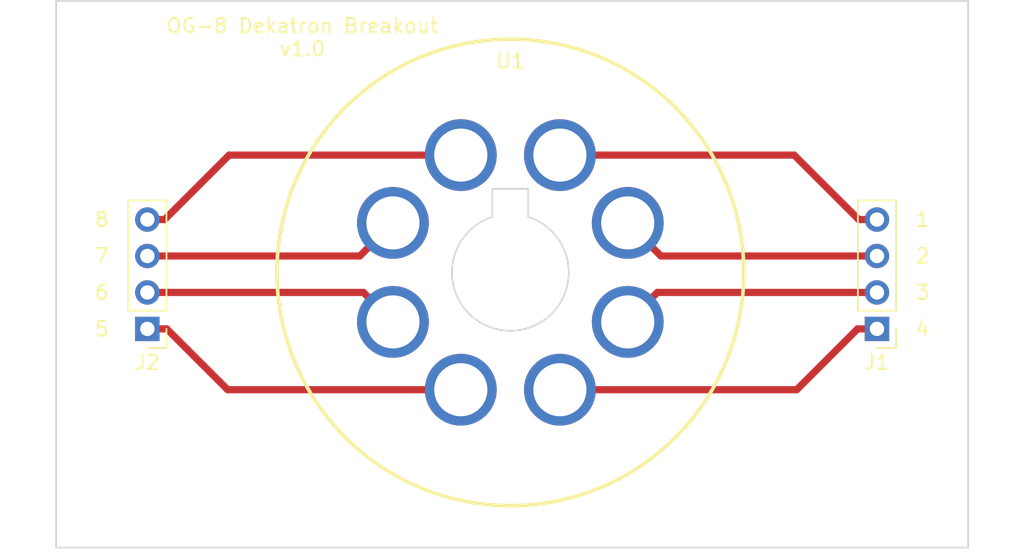
<source format=kicad_pcb>
(kicad_pcb (version 20171130) (host pcbnew "(5.1.5)-3")

  (general
    (thickness 1.6)
    (drawings 13)
    (tracks 22)
    (zones 0)
    (modules 7)
    (nets 13)
  )

  (page A4)
  (layers
    (0 F.Cu signal)
    (31 B.Cu signal)
    (32 B.Adhes user)
    (33 F.Adhes user)
    (34 B.Paste user)
    (35 F.Paste user)
    (36 B.SilkS user)
    (37 F.SilkS user)
    (38 B.Mask user)
    (39 F.Mask user)
    (40 Dwgs.User user)
    (41 Cmts.User user)
    (42 Eco1.User user)
    (43 Eco2.User user)
    (44 Edge.Cuts user)
    (45 Margin user)
    (46 B.CrtYd user)
    (47 F.CrtYd user)
    (48 B.Fab user)
    (49 F.Fab user)
  )

  (setup
    (last_trace_width 0.25)
    (user_trace_width 0.5)
    (trace_clearance 0.2)
    (zone_clearance 0.508)
    (zone_45_only no)
    (trace_min 0.2)
    (via_size 0.8)
    (via_drill 0.4)
    (via_min_size 0.4)
    (via_min_drill 0.3)
    (uvia_size 0.3)
    (uvia_drill 0.1)
    (uvias_allowed no)
    (uvia_min_size 0.2)
    (uvia_min_drill 0.1)
    (edge_width 0.05)
    (segment_width 0.2)
    (pcb_text_width 0.3)
    (pcb_text_size 1.5 1.5)
    (mod_edge_width 0.12)
    (mod_text_size 1 1)
    (mod_text_width 0.15)
    (pad_size 1.524 1.524)
    (pad_drill 0.762)
    (pad_to_mask_clearance 0.051)
    (solder_mask_min_width 0.25)
    (aux_axis_origin 0 0)
    (visible_elements 7FFFFFFF)
    (pcbplotparams
      (layerselection 0x010fc_ffffffff)
      (usegerberextensions false)
      (usegerberattributes false)
      (usegerberadvancedattributes false)
      (creategerberjobfile false)
      (excludeedgelayer true)
      (linewidth 0.100000)
      (plotframeref false)
      (viasonmask false)
      (mode 1)
      (useauxorigin false)
      (hpglpennumber 1)
      (hpglpenspeed 20)
      (hpglpendiameter 15.000000)
      (psnegative false)
      (psa4output false)
      (plotreference true)
      (plotvalue true)
      (plotinvisibletext false)
      (padsonsilk false)
      (subtractmaskfromsilk false)
      (outputformat 1)
      (mirror false)
      (drillshape 0)
      (scaleselection 1)
      (outputdirectory "gerbers/"))
  )

  (net 0 "")
  (net 1 "Net-(J1-Pad1)")
  (net 2 "Net-(J1-Pad2)")
  (net 3 "Net-(J1-Pad3)")
  (net 4 "Net-(J1-Pad4)")
  (net 5 "Net-(J2-Pad4)")
  (net 6 "Net-(J2-Pad3)")
  (net 7 "Net-(J2-Pad2)")
  (net 8 "Net-(J2-Pad1)")
  (net 9 "Net-(J3-Pad1)")
  (net 10 "Net-(J4-Pad1)")
  (net 11 "Net-(J5-Pad1)")
  (net 12 "Net-(J6-Pad1)")

  (net_class Default "This is the default net class."
    (clearance 0.2)
    (trace_width 0.25)
    (via_dia 0.8)
    (via_drill 0.4)
    (uvia_dia 0.3)
    (uvia_drill 0.1)
    (add_net "Net-(J1-Pad1)")
    (add_net "Net-(J1-Pad2)")
    (add_net "Net-(J1-Pad3)")
    (add_net "Net-(J1-Pad4)")
    (add_net "Net-(J2-Pad1)")
    (add_net "Net-(J2-Pad2)")
    (add_net "Net-(J2-Pad3)")
    (add_net "Net-(J2-Pad4)")
    (add_net "Net-(J3-Pad1)")
    (add_net "Net-(J4-Pad1)")
    (add_net "Net-(J5-Pad1)")
    (add_net "Net-(J6-Pad1)")
  )

  (module "Bamboulibs:OG-8 Dekatron" (layer F.Cu) (tedit 5E8B1311) (tstamp 5E8B6206)
    (at 145.924001 88.774001)
    (path /5E94DB33)
    (fp_text reference U1 (at 0 -14.732) (layer F.SilkS)
      (effects (font (size 1 1) (thickness 0.15)))
    )
    (fp_text value OG-8_Dekatron (at 0 -12.7) (layer F.Fab)
      (effects (font (size 1 1) (thickness 0.15)))
    )
    (fp_arc (start 0 0) (end 1.25 -3.87) (angle 324.2) (layer Edge.Cuts) (width 0.12))
    (fp_line (start -1.25 -5.825) (end -1.25 -3.87) (layer Edge.Cuts) (width 0.12))
    (fp_line (start 1.25 -5.825) (end 1.25 -3.87) (layer Edge.Cuts) (width 0.12))
    (fp_line (start 1.25 -5.825) (end -1.25 -5.825) (layer Edge.Cuts) (width 0.12))
    (fp_circle (center 0 0) (end 16.256 0) (layer F.SilkS) (width 0.256))
    (pad 7 thru_hole circle (at -8.175 -3.45) (size 5 5) (drill 3.7) (layers *.Cu *.Mask)
      (net 6 "Net-(J2-Pad3)"))
    (pad 8 thru_hole circle (at -3.45 -8.175) (size 5 5) (drill 3.7) (layers *.Cu *.Mask)
      (net 5 "Net-(J2-Pad4)"))
    (pad 6 thru_hole circle (at -8.175 3.45) (size 5 5) (drill 3.7) (layers *.Cu *.Mask)
      (net 7 "Net-(J2-Pad2)"))
    (pad 5 thru_hole circle (at -3.45 8.175) (size 5 5) (drill 3.7) (layers *.Cu *.Mask)
      (net 8 "Net-(J2-Pad1)"))
    (pad 3 thru_hole circle (at 8.175 3.45) (size 5 5) (drill 3.7) (layers *.Cu *.Mask)
      (net 2 "Net-(J1-Pad2)"))
    (pad 2 thru_hole circle (at 8.175 -3.45) (size 5 5) (drill 3.7) (layers *.Cu *.Mask)
      (net 3 "Net-(J1-Pad3)"))
    (pad 4 thru_hole circle (at 3.45 8.175) (size 5 5) (drill 3.7) (layers *.Cu *.Mask)
      (net 1 "Net-(J1-Pad1)"))
    (pad 1 thru_hole circle (at 3.45 -8.175) (size 5 5) (drill 3.7) (layers *.Cu *.Mask)
      (net 4 "Net-(J1-Pad4)"))
    (model :Bambou3D:OG-8_Dekatron.step
      (at (xyz 0 0 0))
      (scale (xyz 1 1 1))
      (rotate (xyz 0 0 0))
    )
  )

  (module Connector_PinHeader_2.54mm:PinHeader_1x04_P2.54mm_Vertical (layer F.Cu) (tedit 59FED5CC) (tstamp 5E8B61DD)
    (at 171.45 92.71 180)
    (descr "Through hole straight pin header, 1x04, 2.54mm pitch, single row")
    (tags "Through hole pin header THT 1x04 2.54mm single row")
    (path /5E951507)
    (fp_text reference J1 (at 0 -2.33) (layer F.SilkS)
      (effects (font (size 1 1) (thickness 0.15)))
    )
    (fp_text value Conn_01x04_Male (at 0 9.95) (layer F.Fab)
      (effects (font (size 1 1) (thickness 0.15)))
    )
    (fp_line (start -0.635 -1.27) (end 1.27 -1.27) (layer F.Fab) (width 0.1))
    (fp_line (start 1.27 -1.27) (end 1.27 8.89) (layer F.Fab) (width 0.1))
    (fp_line (start 1.27 8.89) (end -1.27 8.89) (layer F.Fab) (width 0.1))
    (fp_line (start -1.27 8.89) (end -1.27 -0.635) (layer F.Fab) (width 0.1))
    (fp_line (start -1.27 -0.635) (end -0.635 -1.27) (layer F.Fab) (width 0.1))
    (fp_line (start -1.33 8.95) (end 1.33 8.95) (layer F.SilkS) (width 0.12))
    (fp_line (start -1.33 1.27) (end -1.33 8.95) (layer F.SilkS) (width 0.12))
    (fp_line (start 1.33 1.27) (end 1.33 8.95) (layer F.SilkS) (width 0.12))
    (fp_line (start -1.33 1.27) (end 1.33 1.27) (layer F.SilkS) (width 0.12))
    (fp_line (start -1.33 0) (end -1.33 -1.33) (layer F.SilkS) (width 0.12))
    (fp_line (start -1.33 -1.33) (end 0 -1.33) (layer F.SilkS) (width 0.12))
    (fp_line (start -1.8 -1.8) (end -1.8 9.4) (layer F.CrtYd) (width 0.05))
    (fp_line (start -1.8 9.4) (end 1.8 9.4) (layer F.CrtYd) (width 0.05))
    (fp_line (start 1.8 9.4) (end 1.8 -1.8) (layer F.CrtYd) (width 0.05))
    (fp_line (start 1.8 -1.8) (end -1.8 -1.8) (layer F.CrtYd) (width 0.05))
    (fp_text user %R (at 0 3.81 90) (layer F.Fab)
      (effects (font (size 1 1) (thickness 0.15)))
    )
    (pad 1 thru_hole rect (at 0 0 180) (size 1.7 1.7) (drill 1) (layers *.Cu *.Mask)
      (net 1 "Net-(J1-Pad1)"))
    (pad 2 thru_hole oval (at 0 2.54 180) (size 1.7 1.7) (drill 1) (layers *.Cu *.Mask)
      (net 2 "Net-(J1-Pad2)"))
    (pad 3 thru_hole oval (at 0 5.08 180) (size 1.7 1.7) (drill 1) (layers *.Cu *.Mask)
      (net 3 "Net-(J1-Pad3)"))
    (pad 4 thru_hole oval (at 0 7.62 180) (size 1.7 1.7) (drill 1) (layers *.Cu *.Mask)
      (net 4 "Net-(J1-Pad4)"))
    (model ${KISYS3DMOD}/Connector_PinHeader_2.54mm.3dshapes/PinHeader_1x04_P2.54mm_Vertical.wrl
      (at (xyz 0 0 0))
      (scale (xyz 1 1 1))
      (rotate (xyz 0 0 0))
    )
  )

  (module Connector_PinHeader_2.54mm:PinHeader_1x04_P2.54mm_Vertical (layer F.Cu) (tedit 59FED5CC) (tstamp 5E8B6308)
    (at 120.65 92.71 180)
    (descr "Through hole straight pin header, 1x04, 2.54mm pitch, single row")
    (tags "Through hole pin header THT 1x04 2.54mm single row")
    (path /5E952BFC)
    (fp_text reference J2 (at 0 -2.33) (layer F.SilkS)
      (effects (font (size 1 1) (thickness 0.15)))
    )
    (fp_text value Conn_01x04_Male (at 0 9.95) (layer F.Fab)
      (effects (font (size 1 1) (thickness 0.15)))
    )
    (fp_text user %R (at 0 3.81 90) (layer F.Fab)
      (effects (font (size 1 1) (thickness 0.15)))
    )
    (fp_line (start 1.8 -1.8) (end -1.8 -1.8) (layer F.CrtYd) (width 0.05))
    (fp_line (start 1.8 9.4) (end 1.8 -1.8) (layer F.CrtYd) (width 0.05))
    (fp_line (start -1.8 9.4) (end 1.8 9.4) (layer F.CrtYd) (width 0.05))
    (fp_line (start -1.8 -1.8) (end -1.8 9.4) (layer F.CrtYd) (width 0.05))
    (fp_line (start -1.33 -1.33) (end 0 -1.33) (layer F.SilkS) (width 0.12))
    (fp_line (start -1.33 0) (end -1.33 -1.33) (layer F.SilkS) (width 0.12))
    (fp_line (start -1.33 1.27) (end 1.33 1.27) (layer F.SilkS) (width 0.12))
    (fp_line (start 1.33 1.27) (end 1.33 8.95) (layer F.SilkS) (width 0.12))
    (fp_line (start -1.33 1.27) (end -1.33 8.95) (layer F.SilkS) (width 0.12))
    (fp_line (start -1.33 8.95) (end 1.33 8.95) (layer F.SilkS) (width 0.12))
    (fp_line (start -1.27 -0.635) (end -0.635 -1.27) (layer F.Fab) (width 0.1))
    (fp_line (start -1.27 8.89) (end -1.27 -0.635) (layer F.Fab) (width 0.1))
    (fp_line (start 1.27 8.89) (end -1.27 8.89) (layer F.Fab) (width 0.1))
    (fp_line (start 1.27 -1.27) (end 1.27 8.89) (layer F.Fab) (width 0.1))
    (fp_line (start -0.635 -1.27) (end 1.27 -1.27) (layer F.Fab) (width 0.1))
    (pad 4 thru_hole oval (at 0 7.62 180) (size 1.7 1.7) (drill 1) (layers *.Cu *.Mask)
      (net 5 "Net-(J2-Pad4)"))
    (pad 3 thru_hole oval (at 0 5.08 180) (size 1.7 1.7) (drill 1) (layers *.Cu *.Mask)
      (net 6 "Net-(J2-Pad3)"))
    (pad 2 thru_hole oval (at 0 2.54 180) (size 1.7 1.7) (drill 1) (layers *.Cu *.Mask)
      (net 7 "Net-(J2-Pad2)"))
    (pad 1 thru_hole rect (at 0 0 180) (size 1.7 1.7) (drill 1) (layers *.Cu *.Mask)
      (net 8 "Net-(J2-Pad1)"))
    (model ${KISYS3DMOD}/Connector_PinHeader_2.54mm.3dshapes/PinHeader_1x04_P2.54mm_Vertical.wrl
      (at (xyz 0 0 0))
      (scale (xyz 1 1 1))
      (rotate (xyz 0 0 0))
    )
  )

  (module MountingHole:MountingHole_3.2mm_M3_ISO7380 (layer F.Cu) (tedit 56D1B4CB) (tstamp 5E8B65ED)
    (at 118.11 73.66)
    (descr "Mounting Hole 3.2mm, no annular, M3, ISO7380")
    (tags "mounting hole 3.2mm no annular m3 iso7380")
    (path /5E95D434)
    (attr virtual)
    (fp_text reference J3 (at 0 -3.85) (layer F.SilkS) hide
      (effects (font (size 1 1) (thickness 0.15)))
    )
    (fp_text value Conn_01x01_Female (at 0 3.85) (layer F.Fab)
      (effects (font (size 1 1) (thickness 0.15)))
    )
    (fp_text user %R (at 0.3 0) (layer F.Fab)
      (effects (font (size 1 1) (thickness 0.15)))
    )
    (fp_circle (center 0 0) (end 2.85 0) (layer Cmts.User) (width 0.15))
    (fp_circle (center 0 0) (end 3.1 0) (layer F.CrtYd) (width 0.05))
    (pad 1 np_thru_hole circle (at 0 0) (size 3.2 3.2) (drill 3.2) (layers *.Cu *.Mask)
      (net 9 "Net-(J3-Pad1)"))
  )

  (module MountingHole:MountingHole_3.2mm_M3_ISO7380 (layer F.Cu) (tedit 56D1B4CB) (tstamp 5E8B65F5)
    (at 173.99 73.66)
    (descr "Mounting Hole 3.2mm, no annular, M3, ISO7380")
    (tags "mounting hole 3.2mm no annular m3 iso7380")
    (path /5E95E0F5)
    (attr virtual)
    (fp_text reference J4 (at 0 -3.85) (layer F.SilkS) hide
      (effects (font (size 1 1) (thickness 0.15)))
    )
    (fp_text value Conn_01x01_Female (at 0 3.85) (layer F.Fab)
      (effects (font (size 1 1) (thickness 0.15)))
    )
    (fp_circle (center 0 0) (end 3.1 0) (layer F.CrtYd) (width 0.05))
    (fp_circle (center 0 0) (end 2.85 0) (layer Cmts.User) (width 0.15))
    (fp_text user %R (at 0.3 0) (layer F.Fab)
      (effects (font (size 1 1) (thickness 0.15)))
    )
    (pad 1 np_thru_hole circle (at 0 0) (size 3.2 3.2) (drill 3.2) (layers *.Cu *.Mask)
      (net 10 "Net-(J4-Pad1)"))
  )

  (module MountingHole:MountingHole_3.2mm_M3_ISO7380 (layer F.Cu) (tedit 56D1B4CB) (tstamp 5E8B65FD)
    (at 118.11 104.14)
    (descr "Mounting Hole 3.2mm, no annular, M3, ISO7380")
    (tags "mounting hole 3.2mm no annular m3 iso7380")
    (path /5E95E2CF)
    (attr virtual)
    (fp_text reference J5 (at 0 -3.85) (layer F.SilkS) hide
      (effects (font (size 1 1) (thickness 0.15)))
    )
    (fp_text value Conn_01x01_Female (at 0 3.85) (layer F.Fab)
      (effects (font (size 1 1) (thickness 0.15)))
    )
    (fp_text user %R (at 0.3 0) (layer F.Fab)
      (effects (font (size 1 1) (thickness 0.15)))
    )
    (fp_circle (center 0 0) (end 2.85 0) (layer Cmts.User) (width 0.15))
    (fp_circle (center 0 0) (end 3.1 0) (layer F.CrtYd) (width 0.05))
    (pad 1 np_thru_hole circle (at 0 0) (size 3.2 3.2) (drill 3.2) (layers *.Cu *.Mask)
      (net 11 "Net-(J5-Pad1)"))
  )

  (module MountingHole:MountingHole_3.2mm_M3_ISO7380 (layer F.Cu) (tedit 56D1B4CB) (tstamp 5E8B6605)
    (at 173.99 104.14)
    (descr "Mounting Hole 3.2mm, no annular, M3, ISO7380")
    (tags "mounting hole 3.2mm no annular m3 iso7380")
    (path /5E95E864)
    (attr virtual)
    (fp_text reference J6 (at 0 -3.85) (layer F.SilkS) hide
      (effects (font (size 1 1) (thickness 0.15)))
    )
    (fp_text value Conn_01x01_Female (at 0 3.85) (layer F.Fab)
      (effects (font (size 1 1) (thickness 0.15)))
    )
    (fp_circle (center 0 0) (end 3.1 0) (layer F.CrtYd) (width 0.05))
    (fp_circle (center 0 0) (end 2.85 0) (layer Cmts.User) (width 0.15))
    (fp_text user %R (at 0.3 0) (layer F.Fab)
      (effects (font (size 1 1) (thickness 0.15)))
    )
    (pad 1 np_thru_hole circle (at 0 0) (size 3.2 3.2) (drill 3.2) (layers *.Cu *.Mask)
      (net 12 "Net-(J6-Pad1)"))
  )

  (gr_text 8 (at 117.475 85.09) (layer F.SilkS)
    (effects (font (size 1 1) (thickness 0.15)))
  )
  (gr_text 7 (at 117.475 87.63) (layer F.SilkS)
    (effects (font (size 1 1) (thickness 0.15)))
  )
  (gr_text 6 (at 117.475 90.17) (layer F.SilkS)
    (effects (font (size 1 1) (thickness 0.15)))
  )
  (gr_text 5 (at 117.475 92.71) (layer F.SilkS)
    (effects (font (size 1 1) (thickness 0.15)))
  )
  (gr_text 4 (at 174.625 92.71) (layer F.SilkS)
    (effects (font (size 1 1) (thickness 0.15)))
  )
  (gr_text 3 (at 174.625 90.17) (layer F.SilkS)
    (effects (font (size 1 1) (thickness 0.15)))
  )
  (gr_text 2 (at 174.625 87.63) (layer F.SilkS)
    (effects (font (size 1 1) (thickness 0.15)))
  )
  (gr_text 1 (at 174.625 85.09) (layer F.SilkS)
    (effects (font (size 1 1) (thickness 0.15)))
  )
  (gr_text "OG-8 Dekatron Breakout\nv1.0" (at 131.445 72.39) (layer F.SilkS)
    (effects (font (size 1 1) (thickness 0.15)))
  )
  (gr_line (start 114.3 107.95) (end 114.3 69.85) (layer Edge.Cuts) (width 0.12) (tstamp 5E8B6465))
  (gr_line (start 177.8 107.95) (end 114.3 107.95) (layer Edge.Cuts) (width 0.12))
  (gr_line (start 177.8 69.85) (end 177.8 107.95) (layer Edge.Cuts) (width 0.12))
  (gr_line (start 114.3 69.85) (end 177.8 69.85) (layer Edge.Cuts) (width 0.12))

  (segment (start 152.909534 96.949001) (end 149.374001 96.949001) (width 0.5) (layer F.Cu) (net 1))
  (segment (start 165.860999 96.949001) (end 152.909534 96.949001) (width 0.5) (layer F.Cu) (net 1))
  (segment (start 170.1 92.71) (end 165.860999 96.949001) (width 0.5) (layer F.Cu) (net 1))
  (segment (start 171.45 92.71) (end 170.1 92.71) (width 0.5) (layer F.Cu) (net 1))
  (segment (start 156.153002 90.17) (end 154.099001 92.224001) (width 0.5) (layer F.Cu) (net 2))
  (segment (start 171.45 90.17) (end 156.153002 90.17) (width 0.5) (layer F.Cu) (net 2))
  (segment (start 156.405 87.63) (end 154.099001 85.324001) (width 0.5) (layer F.Cu) (net 3))
  (segment (start 171.45 87.63) (end 156.405 87.63) (width 0.5) (layer F.Cu) (net 3))
  (segment (start 171.45 85.09) (end 170.18 85.09) (width 0.5) (layer F.Cu) (net 4))
  (segment (start 165.689001 80.599001) (end 149.374001 80.599001) (width 0.5) (layer F.Cu) (net 4))
  (segment (start 170.18 85.09) (end 165.689001 80.599001) (width 0.5) (layer F.Cu) (net 4))
  (segment (start 126.34308 80.599001) (end 142.474001 80.599001) (width 0.5) (layer F.Cu) (net 5))
  (segment (start 120.65 85.09) (end 121.852081 85.09) (width 0.5) (layer F.Cu) (net 5))
  (segment (start 121.852081 85.09) (end 126.34308 80.599001) (width 0.5) (layer F.Cu) (net 5))
  (segment (start 135.443002 87.63) (end 137.749001 85.324001) (width 0.5) (layer F.Cu) (net 6))
  (segment (start 120.65 87.63) (end 135.443002 87.63) (width 0.5) (layer F.Cu) (net 6))
  (segment (start 135.695 90.17) (end 137.749001 92.224001) (width 0.5) (layer F.Cu) (net 7))
  (segment (start 120.65 90.17) (end 135.695 90.17) (width 0.5) (layer F.Cu) (net 7))
  (segment (start 138.938468 96.949001) (end 142.474001 96.949001) (width 0.5) (layer F.Cu) (net 8))
  (segment (start 122 92.71) (end 126.239001 96.949001) (width 0.5) (layer F.Cu) (net 8))
  (segment (start 126.239001 96.949001) (end 138.938468 96.949001) (width 0.5) (layer F.Cu) (net 8))
  (segment (start 120.65 92.71) (end 122 92.71) (width 0.5) (layer F.Cu) (net 8))

)

</source>
